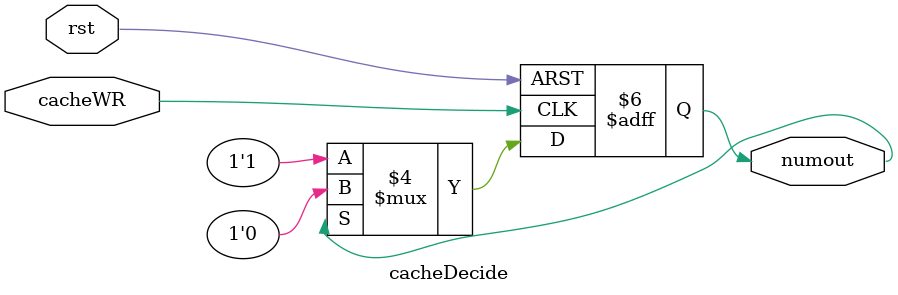
<source format=v>

`timescale 100ps/1ps
module cacheDecide (numout ,cacheWR, rst);

    output         numout;
    input          cacheWR;
    input          rst;

    reg            numout;


    always @(posedge cacheWR or posedge rst) begin
      if(rst) begin
			numout <= 1'd0;
			end
		else begin
				if(numout==0)
					numout = 1;
				else
					numout = 0;
			end
		
    end
		

endmodule

</source>
